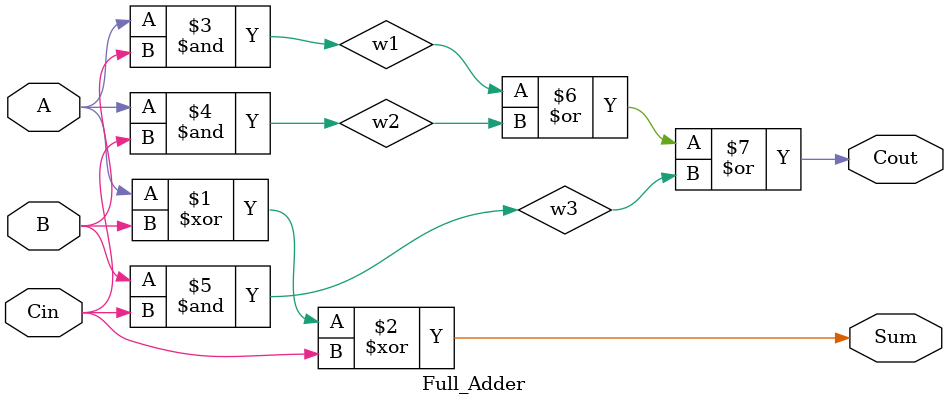
<source format=v>
`timescale 1ns / 1ps


module Full_Adder(
    input A,
    input B,
    input Cin,
    output Sum,
    output Cout
    );
    
    wire w1, w2, w3;
    xor #(2) G1(Sum, A, B, Cin);
    and #(1) G2(w1, A, B);
    and #(1) G3(w2, A, Cin);
    and #(1) G4(w3, B, Cin);
    or  #(1) G5(Cout, w1, w2, w3);
    
endmodule

</source>
